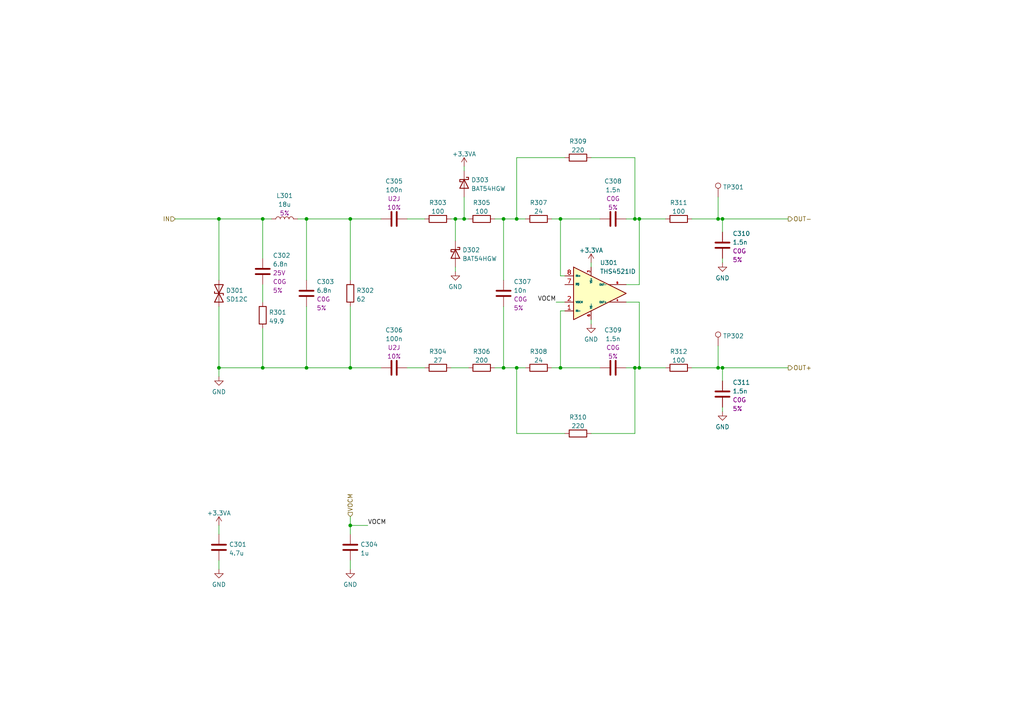
<source format=kicad_sch>
(kicad_sch (version 20211123) (generator eeschema)
  (paper "A4")
  (lib_symbols
    (symbol "Connector:TestPoint" (pin_numbers hide) (pin_names (offset 0.762) hide)
      (property "Reference" "TP" (at 0 6.858 0))
      (property "Value" "TestPoint" (at 0 5.08 0))
      (symbol "TestPoint_0_1"
        (circle (center 0 3.302) (radius 0.762))
      )
      (symbol "TestPoint_1_1"
        (pin passive line (at 0 0 90) (length 2.54) (name "1") (number "1"))
      )
    )
    (symbol "Device:C" (pin_numbers hide) (pin_names (offset 0.254))
      (property "Reference" "C" (at 0.635 2.54 0))
      (property "Value" "C" (at 0.635 -2.54 0))
      (symbol "C_0_1"
        (polyline (pts (xy -2.032 -0.762) (xy 2.032 -0.762)) (stroke (width 0.508)))
        (polyline (pts (xy -2.032 0.762) (xy 2.032 0.762)) (stroke (width 0.508)))
      )
      (symbol "C_1_1"
        (pin passive line (at 0 3.81 270) (length 2.794) (name "~") (number "1"))
        (pin passive line (at 0 -3.81 90) (length 2.794) (name "~") (number "2"))
      )
    )
    (symbol "Device:D_TVS" (pin_numbers hide) (pin_names (offset 1.016) hide)
      (property "Reference" "D" (at 0 2.54 0))
      (property "Value" "D_TVS" (at 0 -2.54 0))
      (symbol "D_TVS_0_1"
        (polyline (pts (xy 1.27 0) (xy -1.27 0)))
        (polyline (pts (xy 0.508 1.27) (xy 0 1.27) (xy 0 -1.27) (xy -0.508 -1.27)) (stroke (width 0.254)))
        (polyline (pts (xy -2.54 1.27) (xy -2.54 -1.27) (xy 2.54 1.27) (xy 2.54 -1.27) (xy -2.54 1.27)) (stroke (width 0.254)))
      )
      (symbol "D_TVS_1_1"
        (pin passive line (at -3.81 0 0) (length 2.54) (name "A1") (number "1"))
        (pin passive line (at 3.81 0 180) (length 2.54) (name "A2") (number "2"))
      )
    )
    (symbol "Device:L" (pin_numbers hide) (pin_names (offset 1.016) hide)
      (property "Reference" "L" (at -1.27 0 90))
      (property "Value" "L" (at 1.905 0 90))
      (symbol "L_0_1"
        (arc (start 0 -2.54) (mid 0.635 -1.905) (end 0 -1.27))
        (arc (start 0 -1.27) (mid 0.635 -0.635) (end 0 0))
        (arc (start 0 0) (mid 0.635 0.635) (end 0 1.27))
        (arc (start 0 1.27) (mid 0.635 1.905) (end 0 2.54))
      )
      (symbol "L_1_1"
        (pin passive line (at 0 3.81 270) (length 1.27) (name "1") (number "1"))
        (pin passive line (at 0 -3.81 90) (length 1.27) (name "2") (number "2"))
      )
    )
    (symbol "Device:R" (pin_numbers hide) (pin_names (offset 0))
      (property "Reference" "R" (at 2.032 0 90))
      (property "Value" "R" (at 0 0 90))
      (symbol "R_0_1"
        (rectangle (start -1.016 -2.54) (end 1.016 2.54) (stroke (width 0.254)))
      )
      (symbol "R_1_1"
        (pin passive line (at 0 3.81 270) (length 1.27) (name "~") (number "1"))
        (pin passive line (at 0 -3.81 90) (length 1.27) (name "~") (number "2"))
      )
    )
    (symbol "Diode:BAT54J" (pin_numbers hide) (pin_names hide)
      (property "Reference" "D" (at 0 2.54 0))
      (property "Value" "BAT54J" (at 0 -2.54 0))
      (symbol "BAT54J_0_1"
        (polyline (pts (xy 1.27 0) (xy -1.27 0)))
        (polyline (pts (xy 1.27 1.27) (xy 1.27 -1.27) (xy -1.27 0) (xy 1.27 1.27)) (stroke (width 0.254)))
        (polyline (pts (xy -1.905 0.635) (xy -1.905 1.27) (xy -1.27 1.27) (xy -1.27 -1.27) (xy -0.635 -1.27) (xy -0.635 -0.635)) (stroke (width 0.254)))
      )
      (symbol "BAT54J_1_1"
        (pin passive line (at -3.81 0 0) (length 2.54) (name "K") (number "1"))
        (pin passive line (at 3.81 0 180) (length 2.54) (name "A") (number "2"))
      )
    )
    (symbol "power:GND" (power) (pin_names (offset 0))
      (property "Value" "GND" (at 0 -3.81 0))
      (symbol "GND_0_1"
        (polyline (pts (xy 0 0) (xy 0 -1.27) (xy 1.27 -1.27) (xy 0 -2.54) (xy -1.27 -1.27) (xy 0 -1.27)))
      )
      (symbol "GND_1_1"
        (pin power_in line (at 0 0 270) (length 0) hide (name "GND") (number "1"))
      )
    )
    (symbol "symbols:+3.3VA" (power) (pin_names (offset 0))
      (property "Value" "+3.3VA" (at 0 3.556 0))
      (symbol "+3.3VA_0_1"
        (polyline (pts (xy -0.762 1.27) (xy 0 2.54)))
        (polyline (pts (xy 0 0) (xy 0 2.54)))
        (polyline (pts (xy 0 2.54) (xy 0.762 1.27)))
      )
      (symbol "+3.3VA_1_1"
        (pin power_in line (at 0 0 90) (length 0) hide (name "+3.3VA") (number "1"))
      )
    )
    (symbol "symbols:THS4521ID"
      (property "Reference" "U" (at 0 6.35 0))
      (property "Value" "THS4521ID" (at 0 -6.35 0))
      (symbol "THS4521ID_1_1"
        (polyline (pts (xy -7.62 7.62) (xy -7.62 -7.62) (xy 7.62 0) (xy -7.62 7.62)) (stroke (width 0.254)) (fill (type background)))
        (pin input line (at -10.16 -5.08 0) (length 2.54) (name "IN-") (number "1"))
        (pin input line (at -10.16 -2.54 0) (length 2.54) (name "VOCM") (number "2"))
        (pin power_in line (at -2.54 7.62 270) (length 2.54) (name "VS+") (number "3"))
        (pin output line (at 7.62 -2.54 180) (length 5.08) (name "OUT+") (number "4"))
        (pin output line (at 7.62 2.54 180) (length 5.08) (name "OUT-") (number "5"))
        (pin power_in line (at -2.54 -7.62 90) (length 2.54) (name "VS-") (number "6"))
        (pin input line (at -10.16 2.54 0) (length 2.54) (name "~{PD}") (number "7"))
        (pin input line (at -10.16 5.08 0) (length 2.54) (name "IN+") (number "8"))
      )
    )
  )
  (junction (at 76.2 63.5))
  (junction (at 146.05 63.5))
  (junction (at 209.55 106.68))
  (junction (at 149.86 106.68))
  (junction (at 76.2 106.68))
  (junction (at 63.5 63.5))
  (junction (at 101.6 152.4))
  (junction (at 149.86 63.5))
  (junction (at 63.5 106.68))
  (junction (at 101.6 106.68))
  (junction (at 184.15 106.68))
  (junction (at 209.55 63.5))
  (junction (at 132.08 63.5))
  (junction (at 184.15 63.5))
  (junction (at 162.56 106.68))
  (junction (at 88.9 106.68))
  (junction (at 185.42 106.68))
  (junction (at 208.28 63.5))
  (junction (at 134.62 63.5))
  (junction (at 162.56 63.5))
  (junction (at 185.42 63.5))
  (junction (at 88.9 63.5))
  (junction (at 208.28 106.68))
  (junction (at 146.05 106.68))
  (junction (at 101.6 63.5))
  (wire (pts (xy 162.56 90.17) (xy 162.56 106.68)))
  (wire (pts (xy 209.55 63.5) (xy 209.55 67.31)))
  (wire (pts (xy 118.11 63.5) (xy 123.19 63.5)))
  (wire (pts (xy 208.28 63.5) (xy 209.55 63.5)))
  (wire (pts (xy 185.42 63.5) (xy 193.04 63.5)))
  (wire (pts (xy 76.2 63.5) (xy 76.2 74.93)))
  (wire (pts (xy 101.6 88.9) (xy 101.6 106.68)))
  (wire (pts (xy 181.61 82.55) (xy 185.42 82.55)))
  (wire (pts (xy 185.42 87.63) (xy 185.42 106.68)))
  (wire (pts (xy 161.29 87.63) (xy 163.83 87.63)))
  (wire (pts (xy 146.05 63.5) (xy 146.05 81.28)))
  (wire (pts (xy 171.45 92.71) (xy 171.45 93.98)))
  (wire (pts (xy 171.45 45.72) (xy 184.15 45.72)))
  (wire (pts (xy 63.5 63.5) (xy 76.2 63.5)))
  (wire (pts (xy 184.15 106.68) (xy 185.42 106.68)))
  (wire (pts (xy 181.61 63.5) (xy 184.15 63.5)))
  (wire (pts (xy 184.15 125.73) (xy 184.15 106.68)))
  (wire (pts (xy 163.83 125.73) (xy 149.86 125.73)))
  (wire (pts (xy 181.61 106.68) (xy 184.15 106.68)))
  (wire (pts (xy 76.2 82.55) (xy 76.2 87.63)))
  (wire (pts (xy 101.6 149.86) (xy 101.6 152.4)))
  (wire (pts (xy 209.55 74.93) (xy 209.55 76.2)))
  (wire (pts (xy 146.05 88.9) (xy 146.05 106.68)))
  (wire (pts (xy 181.61 87.63) (xy 185.42 87.63)))
  (wire (pts (xy 50.8 63.5) (xy 63.5 63.5)))
  (wire (pts (xy 88.9 63.5) (xy 101.6 63.5)))
  (wire (pts (xy 118.11 106.68) (xy 123.19 106.68)))
  (wire (pts (xy 110.49 106.68) (xy 101.6 106.68)))
  (wire (pts (xy 208.28 100.33) (xy 208.28 106.68)))
  (wire (pts (xy 162.56 80.01) (xy 162.56 63.5)))
  (wire (pts (xy 149.86 63.5) (xy 152.4 63.5)))
  (wire (pts (xy 200.66 63.5) (xy 208.28 63.5)))
  (wire (pts (xy 88.9 63.5) (xy 88.9 81.28)))
  (wire (pts (xy 184.15 45.72) (xy 184.15 63.5)))
  (wire (pts (xy 76.2 95.25) (xy 76.2 106.68)))
  (wire (pts (xy 63.5 106.68) (xy 63.5 88.9)))
  (wire (pts (xy 101.6 152.4) (xy 106.68 152.4)))
  (wire (pts (xy 134.62 57.15) (xy 134.62 63.5)))
  (wire (pts (xy 209.55 106.68) (xy 209.55 110.49)))
  (wire (pts (xy 184.15 63.5) (xy 185.42 63.5)))
  (wire (pts (xy 146.05 63.5) (xy 149.86 63.5)))
  (wire (pts (xy 163.83 45.72) (xy 149.86 45.72)))
  (wire (pts (xy 162.56 63.5) (xy 173.99 63.5)))
  (wire (pts (xy 143.51 63.5) (xy 146.05 63.5)))
  (wire (pts (xy 146.05 106.68) (xy 149.86 106.68)))
  (wire (pts (xy 209.55 63.5) (xy 228.6 63.5)))
  (wire (pts (xy 160.02 63.5) (xy 162.56 63.5)))
  (wire (pts (xy 185.42 106.68) (xy 193.04 106.68)))
  (wire (pts (xy 76.2 63.5) (xy 78.74 63.5)))
  (wire (pts (xy 160.02 106.68) (xy 162.56 106.68)))
  (wire (pts (xy 163.83 90.17) (xy 162.56 90.17)))
  (wire (pts (xy 86.36 63.5) (xy 88.9 63.5)))
  (wire (pts (xy 163.83 80.01) (xy 162.56 80.01)))
  (wire (pts (xy 101.6 162.56) (xy 101.6 165.1)))
  (wire (pts (xy 130.81 63.5) (xy 132.08 63.5)))
  (wire (pts (xy 130.81 106.68) (xy 135.89 106.68)))
  (wire (pts (xy 209.55 106.68) (xy 228.6 106.68)))
  (wire (pts (xy 101.6 152.4) (xy 101.6 154.94)))
  (wire (pts (xy 200.66 106.68) (xy 208.28 106.68)))
  (wire (pts (xy 149.86 106.68) (xy 152.4 106.68)))
  (wire (pts (xy 208.28 57.15) (xy 208.28 63.5)))
  (wire (pts (xy 134.62 63.5) (xy 135.89 63.5)))
  (wire (pts (xy 63.5 106.68) (xy 76.2 106.68)))
  (wire (pts (xy 88.9 88.9) (xy 88.9 106.68)))
  (wire (pts (xy 209.55 118.11) (xy 209.55 119.38)))
  (wire (pts (xy 149.86 45.72) (xy 149.86 63.5)))
  (wire (pts (xy 149.86 125.73) (xy 149.86 106.68)))
  (wire (pts (xy 185.42 82.55) (xy 185.42 63.5)))
  (wire (pts (xy 132.08 63.5) (xy 132.08 69.85)))
  (wire (pts (xy 171.45 125.73) (xy 184.15 125.73)))
  (wire (pts (xy 101.6 106.68) (xy 88.9 106.68)))
  (wire (pts (xy 63.5 63.5) (xy 63.5 81.28)))
  (wire (pts (xy 132.08 63.5) (xy 134.62 63.5)))
  (wire (pts (xy 63.5 152.4) (xy 63.5 154.94)))
  (wire (pts (xy 143.51 106.68) (xy 146.05 106.68)))
  (wire (pts (xy 134.62 48.26) (xy 134.62 49.53)))
  (wire (pts (xy 132.08 77.47) (xy 132.08 78.74)))
  (wire (pts (xy 208.28 106.68) (xy 209.55 106.68)))
  (wire (pts (xy 101.6 63.5) (xy 110.49 63.5)))
  (wire (pts (xy 101.6 63.5) (xy 101.6 81.28)))
  (wire (pts (xy 76.2 106.68) (xy 88.9 106.68)))
  (wire (pts (xy 171.45 76.2) (xy 171.45 77.47)))
  (wire (pts (xy 162.56 106.68) (xy 173.99 106.68)))
  (wire (pts (xy 63.5 162.56) (xy 63.5 165.1)))
  (wire (pts (xy 63.5 106.68) (xy 63.5 109.22)))
  (label "VOCM" (at 161.29 87.63 180))
  (label "VOCM" (at 106.68 152.4 0))
  (hierarchical_label "OUT-" (shape output) (at 228.6 63.5 0))
  (hierarchical_label "IN" (shape input) (at 50.8 63.5 180))
  (hierarchical_label "OUT+" (shape output) (at 228.6 106.68 0))
  (hierarchical_label "VOCM" (shape input) (at 101.6 149.86 90))
  (symbol (lib_id "symbols:+3.3VA") (at 134.62 48.26 0) (unit 1)
    (property "Reference" "#PWR0306" (effects hide))
    (property "Value" "+3.3VA" (at 134.62 44.6842 0))
  )
  (symbol (lib_id "Device:C") (at 114.3 63.5 90) (unit 1)
    (property "Reference" "C305" (at 114.3 52.5674 90))
    (property "Value" "100n" (at 114.3 55.1043 90))
    (property "Footprint" "Capacitor_SMD:C_1206_3216Metric" (effects hide))
    (property "Spec2" "U2J" (at 114.3 57.6412 90))
    (property "Tolerance" "10%" (at 114.3 60.1781 90))
    (property "Mfr" "KEMET" (effects hide))
    (property "Mfr PN" "C1206C104K5JACTU" (effects hide))
  )
  (symbol (lib_id "Device:C") (at 177.8 106.68 270) (mirror x) (unit 1)
    (property "Reference" "C309" (at 177.8 95.7474 90))
    (property "Value" "1.5n" (at 177.8 98.2843 90))
    (property "Footprint" "Capacitor_SMD:C_0805_2012Metric" (effects hide))
    (property "Spec2" "C0G" (at 177.8 100.8212 90))
    (property "Tolerance" "5%" (at 177.8 103.3581 90))
    (property "Mfr" "KEMET" (effects hide))
    (property "Mfr PN" "C0805C152J5GAC" (effects hide))
  )
  (symbol (lib_id "Device:R") (at 127 63.5 90) (unit 1)
    (property "Reference" "R303" (at 127 58.7842 90))
    (property "Value" "100" (at 127 61.3211 90))
    (property "Footprint" "Resistor_SMD:R_0805_2012Metric" (effects hide))
    (property "Mfr" "Bourns" (effects hide))
    (property "Mfr PN" "CR0805-FX-1000ELF" (effects hide))
  )
  (symbol (lib_id "Device:C") (at 101.6 158.75 0) (unit 1)
    (property "Reference" "C304" (at 104.521 157.9153 0) (effects (justify left)))
    (property "Value" "1u" (at 104.521 160.4522 0) (effects (justify left)))
    (property "Footprint" "Capacitor_SMD:C_0805_2012Metric" (effects hide))
    (property "Mfr" "Samsung" (effects hide))
    (property "Mfr PN" "CL21B105KOFNNNG" (effects hide))
  )
  (symbol (lib_id "Device:C") (at 146.05 85.09 180) (unit 1)
    (property "Reference" "C307" (at 148.971 81.7184 0) (effects (justify right)))
    (property "Value" "10n" (at 148.971 84.2553 0) (effects (justify right)))
    (property "Footprint" "Capacitor_SMD:C_0805_2012Metric" (effects hide))
    (property "Spec2" "C0G" (at 148.971 86.7922 0) (effects (justify right)))
    (property "Tolerance" "5%" (at 148.971 89.3291 0) (effects (justify right)))
    (property "Mfr" "Murata" (effects hide))
    (property "Mfr PN" "GRM2165C2A103JA01" (effects hide))
  )
  (symbol (lib_id "Device:R") (at 156.21 106.68 90) (mirror x) (unit 1)
    (property "Reference" "R308" (at 156.21 101.9642 90))
    (property "Value" "24" (at 156.21 104.5011 90))
    (property "Footprint" "Resistor_SMD:R_0805_2012Metric" (effects hide))
    (property "Mfr" "Bourns" (effects hide))
    (property "Mfr PN" "CR0805-FX-24R0ELF" (effects hide))
  )
  (symbol (lib_id "Diode:BAT54J") (at 132.08 73.66 270) (unit 1)
    (property "Reference" "D302" (at 134.112 72.5078 90) (effects (justify left)))
    (property "Value" "BAT54HGW" (at 134.112 75.0447 90) (effects (justify left)))
    (property "Footprint" "Diode_SMD:D_SOD-323" (effects hide))
    (property "Datasheet" "https://assets.nexperia.com/documents/data-sheet/BAT54J.pdf" (effects hide))
    (property "Mfr" "Nexperia" (effects hide))
    (property "Mfr PN" "BAT54HGWX" (effects hide))
  )
  (symbol (lib_id "Device:R") (at 167.64 125.73 90) (mirror x) (unit 1)
    (property "Reference" "R310" (at 167.64 121.0142 90))
    (property "Value" "220" (at 167.64 123.5511 90))
    (property "Footprint" "Resistor_SMD:R_0805_2012Metric" (effects hide))
    (property "Mfr" "Bourns" (effects hide))
    (property "Mfr PN" "CR0805-FX-2200ELF" (effects hide))
  )
  (symbol (lib_id "Device:R") (at 76.2 91.44 0) (unit 1)
    (property "Reference" "R301" (at 77.978 90.6053 0) (effects (justify left)))
    (property "Value" "49.9" (at 77.978 93.1422 0) (effects (justify left)))
    (property "Footprint" "Resistor_SMD:R_0805_2012Metric" (effects hide))
    (property "Mfr" "Bourns" (effects hide))
    (property "Mfr PN" "CR0805-FX-49R9ELF" (effects hide))
  )
  (symbol (lib_id "Connector:TestPoint") (at 208.28 57.15 0) (unit 1)
    (property "Reference" "TP301" (at 209.677 54.2818 0) (effects (justify left)))
    (property "Value" "TestPoint" (effects hide))
    (property "Footprint" "TestPoint:TestPoint_THTPad_D1.0mm_Drill0.5mm" (effects hide))
  )
  (symbol (lib_id "Device:D_TVS") (at 63.5 85.09 90) (unit 1)
    (property "Reference" "D301" (at 65.532 84.2553 90) (effects (justify right)))
    (property "Value" "SD12C" (at 65.532 86.7922 90) (effects (justify right)))
    (property "Footprint" "Diode_SMD:D_SOD-323" (effects hide))
    (property "Mfr" "DIODES" (effects hide))
    (property "Mfr PN" "SD12C-7" (effects hide))
  )
  (symbol (lib_id "power:GND") (at 63.5 109.22 0) (unit 1)
    (property "Reference" "#PWR0301" (effects hide))
    (property "Value" "GND" (at 63.5 113.6634 0))
  )
  (symbol (lib_id "Device:R") (at 127 106.68 90) (unit 1)
    (property "Reference" "R304" (at 127 101.9642 90))
    (property "Value" "27" (at 127 104.5011 90))
    (property "Footprint" "Resistor_SMD:R_0805_2012Metric" (effects hide))
    (property "Mfr" "Bourns" (effects hide))
    (property "Mfr PN" "CR0805-FX-27R0ELF" (effects hide))
  )
  (symbol (lib_id "Device:C") (at 114.3 106.68 90) (unit 1)
    (property "Reference" "C306" (at 114.3 95.7474 90))
    (property "Value" "100n" (at 114.3 98.2843 90))
    (property "Footprint" "Capacitor_SMD:C_1206_3216Metric" (effects hide))
    (property "Spec2" "U2J" (at 114.3 100.8212 90))
    (property "Tolerance" "10%" (at 114.3 103.3581 90))
    (property "Mfr" "KEMET" (effects hide))
    (property "Mfr PN" "C1206C104K5JACTU" (effects hide))
  )
  (symbol (lib_id "power:GND") (at 101.6 165.1 0) (unit 1)
    (property "Reference" "#PWR0304" (effects hide))
    (property "Value" "GND" (at 101.6 169.5434 0))
  )
  (symbol (lib_id "Device:R") (at 167.64 45.72 90) (unit 1)
    (property "Reference" "R309" (at 167.64 41.0042 90))
    (property "Value" "220" (at 167.64 43.5411 90))
    (property "Footprint" "Resistor_SMD:R_0805_2012Metric" (effects hide))
    (property "Mfr" "Bourns" (effects hide))
    (property "Mfr PN" "CR0805-FX-2200ELF" (effects hide))
  )
  (symbol (lib_id "Device:R") (at 156.21 63.5 90) (unit 1)
    (property "Reference" "R307" (at 156.21 58.7842 90))
    (property "Value" "24" (at 156.21 61.3211 90))
    (property "Footprint" "Resistor_SMD:R_0805_2012Metric" (effects hide))
    (property "Mfr" "Bourns" (effects hide))
    (property "Mfr PN" "CR0805-FX-24R0ELF" (effects hide))
  )
  (symbol (lib_id "Device:R") (at 196.85 106.68 90) (unit 1)
    (property "Reference" "R312" (at 196.85 101.9642 90))
    (property "Value" "100" (at 196.85 104.5011 90))
    (property "Footprint" "Resistor_SMD:R_0805_2012Metric" (effects hide))
    (property "Mfr" "Bourns" (effects hide))
    (property "Mfr PN" "CR0805-FX-1000ELF" (effects hide))
  )
  (symbol (lib_id "Device:C") (at 177.8 63.5 270) (unit 1)
    (property "Reference" "C308" (at 177.8 52.5674 90))
    (property "Value" "1.5n" (at 177.8 55.1043 90))
    (property "Footprint" "Capacitor_SMD:C_0805_2012Metric" (effects hide))
    (property "Spec2" "C0G" (at 177.8 57.6412 90))
    (property "Tolerance" "5%" (at 177.8 60.1781 90))
    (property "Mfr" "KEMET" (effects hide))
    (property "Mfr PN" "C0805C152J5GAC" (effects hide))
  )
  (symbol (lib_id "power:GND") (at 209.55 76.2 0) (unit 1)
    (property "Reference" "#PWR0309" (effects hide))
    (property "Value" "GND" (at 209.55 80.6434 0))
  )
  (symbol (lib_id "Device:C") (at 88.9 85.09 0) (unit 1)
    (property "Reference" "C303" (at 91.821 81.7184 0) (effects (justify left)))
    (property "Value" "6.8n" (at 91.821 84.2553 0) (effects (justify left)))
    (property "Footprint" "Capacitor_SMD:C_0805_2012Metric" (effects hide))
    (property "Spec2" "C0G" (at 91.821 86.7922 0) (effects (justify left)))
    (property "Tolerance" "5%" (at 91.821 89.3291 0) (effects (justify left)))
    (property "Mfr" "Murata" (effects hide))
    (property "Mfr PN" "GRM2165C2A682JA01" (effects hide))
  )
  (symbol (lib_id "Device:R") (at 139.7 106.68 90) (unit 1)
    (property "Reference" "R306" (at 139.7 101.9642 90))
    (property "Value" "200" (at 139.7 104.5011 90))
    (property "Footprint" "Resistor_SMD:R_0805_2012Metric" (effects hide))
    (property "Mfr" "Bourns" (effects hide))
    (property "Mfr PN" "CR0805-FX-2000ELF" (effects hide))
  )
  (symbol (lib_id "Connector:TestPoint") (at 208.28 100.33 0) (unit 1)
    (property "Reference" "TP302" (at 209.677 97.4618 0) (effects (justify left)))
    (property "Value" "TestPoint" (effects hide))
    (property "Footprint" "TestPoint:TestPoint_THTPad_D1.0mm_Drill0.5mm" (effects hide))
  )
  (symbol (lib_id "Device:L") (at 82.55 63.5 90) (unit 1)
    (property "Reference" "L301" (at 82.55 56.7554 90))
    (property "Value" "18u" (at 82.55 59.2923 90))
    (property "Footprint" "Inductor_SMD:L_1812_4532Metric_Pad1.30x3.40mm_HandSolder" (effects hide))
    (property "Tolerance" "5%" (at 82.55 61.8292 90))
    (property "Mfr" "Vishay" (effects hide))
    (property "Mfr PN" "ISC1812ES180J" (effects hide))
  )
  (symbol (lib_id "Device:C") (at 76.2 78.74 0) (unit 1)
    (property "Reference" "C302" (at 79.121 74.1 0) (effects (justify left)))
    (property "Value" "6.8n" (at 79.121 76.6369 0) (effects (justify left)))
    (property "Footprint" "Capacitor_SMD:C_0805_2012Metric" (effects hide))
    (property "Spec1" "25V" (at 79.121 79.1738 0) (effects (justify left)))
    (property "Spec2" "C0G" (at 79.121 81.7107 0) (effects (justify left)))
    (property "Tolerance" "5%" (at 79.121 84.2476 0) (effects (justify left)))
    (property "Mfr" "Murata" (effects hide))
    (property "Mfr PN" "GRM2165C2A682JA01" (effects hide))
  )
  (symbol (lib_id "Diode:BAT54J") (at 134.62 53.34 270) (unit 1)
    (property "Reference" "D303" (at 136.652 52.1878 90) (effects (justify left)))
    (property "Value" "BAT54HGW" (at 136.652 54.7247 90) (effects (justify left)))
    (property "Footprint" "Diode_SMD:D_SOD-323" (effects hide))
    (property "Datasheet" "https://assets.nexperia.com/documents/data-sheet/BAT54J.pdf" (effects hide))
    (property "Mfr" "Nexperia" (effects hide))
    (property "Mfr PN" "BAT54HGWX" (effects hide))
  )
  (symbol (lib_id "Device:C") (at 209.55 71.12 0) (unit 1)
    (property "Reference" "C310" (at 212.471 67.7484 0) (effects (justify left)))
    (property "Value" "1.5n" (at 212.471 70.2853 0) (effects (justify left)))
    (property "Footprint" "Capacitor_SMD:C_0805_2012Metric" (effects hide))
    (property "Spec2" "C0G" (at 212.471 72.8222 0) (effects (justify left)))
    (property "Tolerance" "5%" (at 212.471 75.3591 0) (effects (justify left)))
    (property "Mfr" "KEMET" (effects hide))
    (property "Mfr PN" "C0805C152J5GAC" (effects hide))
  )
  (symbol (lib_id "Device:R") (at 196.85 63.5 90) (unit 1)
    (property "Reference" "R311" (at 196.85 58.7842 90))
    (property "Value" "100" (at 196.85 61.3211 90))
    (property "Footprint" "Resistor_SMD:R_0805_2012Metric" (effects hide))
    (property "Mfr" "Bourns" (effects hide))
    (property "Mfr PN" "CR0805-FX-1000ELF" (effects hide))
  )
  (symbol (lib_id "power:GND") (at 171.45 93.98 0) (unit 1)
    (property "Reference" "#PWR0308" (effects hide))
    (property "Value" "GND" (at 171.45 98.4234 0))
  )
  (symbol (lib_id "power:GND") (at 132.08 78.74 0) (unit 1)
    (property "Reference" "#PWR0305" (effects hide))
    (property "Value" "GND" (at 132.08 83.1834 0))
  )
  (symbol (lib_id "Device:R") (at 139.7 63.5 90) (unit 1)
    (property "Reference" "R305" (at 139.7 58.7842 90))
    (property "Value" "100" (at 139.7 61.3211 90))
    (property "Footprint" "Resistor_SMD:R_0805_2012Metric" (effects hide))
    (property "Mfr" "Bourns" (effects hide))
    (property "Mfr PN" "CR0805-FX-1000ELF" (effects hide))
  )
  (symbol (lib_id "Device:C") (at 209.55 114.3 0) (unit 1)
    (property "Reference" "C311" (at 212.471 110.9284 0) (effects (justify left)))
    (property "Value" "1.5n" (at 212.471 113.4653 0) (effects (justify left)))
    (property "Footprint" "Capacitor_SMD:C_0805_2012Metric" (effects hide))
    (property "Spec2" "C0G" (at 212.471 116.0022 0) (effects (justify left)))
    (property "Tolerance" "5%" (at 212.471 118.5391 0) (effects (justify left)))
    (property "Mfr" "KEMET" (effects hide))
    (property "Mfr PN" "C0805C152J5GAC" (effects hide))
  )
  (symbol (lib_id "symbols:+3.3VA") (at 171.45 76.2 0) (unit 1)
    (property "Reference" "#PWR0307" (effects hide))
    (property "Value" "+3.3VA" (at 171.45 72.6242 0))
  )
  (symbol (lib_id "Device:C") (at 63.5 158.75 0) (unit 1)
    (property "Reference" "C301" (at 66.421 157.9153 0) (effects (justify left)))
    (property "Value" "4.7u" (at 66.421 160.4522 0) (effects (justify left)))
    (property "Footprint" "Capacitor_SMD:C_0805_2012Metric" (effects hide))
    (property "Mfr" "Murata" (effects hide))
    (property "Mfr PN" "GRM21BR71C475ME51" (effects hide))
  )
  (symbol (lib_id "symbols:+3.3VA") (at 63.5 152.4 0) (unit 1)
    (property "Reference" "#PWR0302" (effects hide))
    (property "Value" "+3.3VA" (at 63.5 148.8242 0))
  )
  (symbol (lib_id "symbols:THS4521ID") (at 173.99 85.09 0) (unit 1)
    (property "Reference" "U301" (at 173.99 76.2 0) (effects (justify left)))
    (property "Value" "THS4521ID" (at 173.99 78.74 0) (effects (justify left)))
    (property "Footprint" "Package_SO:SOIC-8_3.9x4.9mm_P1.27mm" (effects hide))
    (property "Datasheet" "https://www.ti.com/lit/ds/symlink/ths4521.pdf" (effects hide))
    (property "Mfr" "Texas Instruments" (effects hide))
    (property "Mfr PN" "THS4521IDR" (effects hide))
  )
  (symbol (lib_id "power:GND") (at 63.5 165.1 0) (unit 1)
    (property "Reference" "#PWR0303" (effects hide))
    (property "Value" "GND" (at 63.5 169.5434 0))
  )
  (symbol (lib_id "power:GND") (at 209.55 119.38 0) (unit 1)
    (property "Reference" "#PWR0310" (effects hide))
    (property "Value" "GND" (at 209.55 123.8234 0))
  )
  (symbol (lib_id "Device:R") (at 101.6 85.09 180) (unit 1)
    (property "Reference" "R302" (at 103.378 84.2553 0) (effects (justify right)))
    (property "Value" "62" (at 103.378 86.7922 0) (effects (justify right)))
    (property "Footprint" "Resistor_SMD:R_0805_2012Metric" (effects hide))
    (property "Mfr" "Bourns" (effects hide))
    (property "Mfr PN" "CR0805-FX-62R0ELF" (effects hide))
  )
)
</source>
